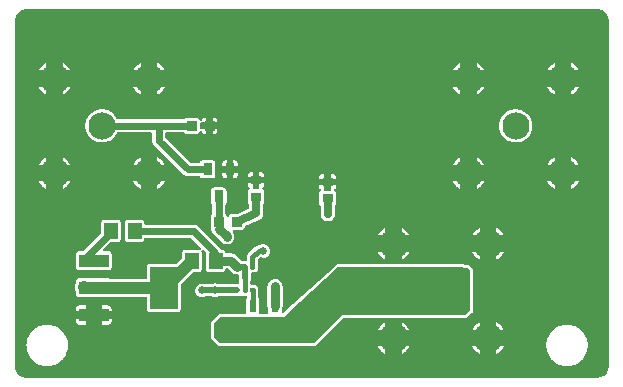
<source format=gtl>
G04 Layer: TopLayer*
G04 EasyEDA v6.5.44, 2024-07-31 14:11:33*
G04 0a0e6e5985404cbc94c0c78cb0e903e1,401f954c81374b6587e5d63e119e93f9,10*
G04 Gerber Generator version 0.2*
G04 Scale: 100 percent, Rotated: No, Reflected: No *
G04 Dimensions in inches *
G04 leading zeros omitted , absolute positions ,3 integer and 6 decimal *
%FSLAX36Y36*%
%MOIN*%

%AMMACRO1*21,1,$1,$2,0,0,$3*%
%ADD10C,0.0236*%
%ADD11C,0.0158*%
%ADD12C,0.0394*%
%ADD13C,0.0276*%
%ADD14C,0.0200*%
%ADD15C,0.0300*%
%ADD16MACRO1,0.034X0.0318X90.0000*%
%ADD17MACRO1,0.0542X0.0446X-90.0000*%
%ADD18R,0.0143X0.0167*%
%ADD19MACRO1,0.034X0.0318X-90.0000*%
%ADD20R,0.0984X0.0433*%
%ADD21MACRO1,0.1417X0.0921X90.0000*%
%ADD22R,0.0315X0.0394*%
%ADD23R,0.0236X0.0421*%
%ADD24R,0.0354X0.0315*%
%ADD25C,0.0984*%
%ADD26C,0.0906*%
%ADD27C,0.0250*%
%ADD28C,0.0240*%
%ADD29C,0.0127*%

%LPD*%
G36*
X50180Y10200D02*
G01*
X44960Y10560D01*
X40240Y11439D01*
X35680Y12900D01*
X31300Y14900D01*
X27220Y17400D01*
X23440Y20400D01*
X20080Y23800D01*
X17140Y27599D01*
X14680Y31740D01*
X12740Y36120D01*
X11339Y40720D01*
X10500Y45439D01*
X10200Y50420D01*
X10200Y1199580D01*
X10560Y1205040D01*
X11439Y1209760D01*
X12900Y1214320D01*
X14900Y1218700D01*
X17400Y1222780D01*
X20400Y1226560D01*
X23800Y1229920D01*
X27599Y1232860D01*
X31740Y1235320D01*
X36120Y1237260D01*
X40720Y1238660D01*
X45439Y1239500D01*
X50420Y1239800D01*
X1949580Y1239800D01*
X1955040Y1239440D01*
X1959760Y1238560D01*
X1964319Y1237100D01*
X1968700Y1235100D01*
X1972780Y1232600D01*
X1976560Y1229600D01*
X1979920Y1226200D01*
X1982860Y1222400D01*
X1985320Y1218260D01*
X1987260Y1213880D01*
X1988660Y1209280D01*
X1989500Y1204560D01*
X1989800Y1199580D01*
X1989800Y50420D01*
X1989440Y44960D01*
X1988560Y40240D01*
X1987100Y35680D01*
X1985100Y31300D01*
X1982600Y27220D01*
X1979600Y23440D01*
X1976200Y20080D01*
X1972400Y17140D01*
X1968260Y14680D01*
X1963880Y12740D01*
X1959280Y11339D01*
X1954560Y10500D01*
X1949580Y10200D01*
G37*

%LPC*%
G36*
X1850400Y48860D02*
G01*
X1857180Y49200D01*
X1863899Y50199D01*
X1870500Y51840D01*
X1876900Y54140D01*
X1883040Y57040D01*
X1888860Y60540D01*
X1894319Y64580D01*
X1899360Y69140D01*
X1903920Y74180D01*
X1907960Y79640D01*
X1911459Y85460D01*
X1914360Y91600D01*
X1916660Y98000D01*
X1918300Y104600D01*
X1919300Y111320D01*
X1919640Y118100D01*
X1919300Y124900D01*
X1918300Y131620D01*
X1916660Y138220D01*
X1914360Y144620D01*
X1911459Y150760D01*
X1907960Y156580D01*
X1903920Y162040D01*
X1899360Y167079D01*
X1894319Y171640D01*
X1888860Y175680D01*
X1883040Y179180D01*
X1876900Y182079D01*
X1870500Y184380D01*
X1863899Y186020D01*
X1857180Y187020D01*
X1850400Y187360D01*
X1843600Y187020D01*
X1836879Y186020D01*
X1830280Y184380D01*
X1823880Y182079D01*
X1817740Y179180D01*
X1811920Y175680D01*
X1806459Y171640D01*
X1801420Y167079D01*
X1796860Y162040D01*
X1792820Y156580D01*
X1789319Y150760D01*
X1786420Y144620D01*
X1784120Y138220D01*
X1782480Y131620D01*
X1781480Y124900D01*
X1781140Y118100D01*
X1781480Y111320D01*
X1782480Y104600D01*
X1784120Y98000D01*
X1786420Y91600D01*
X1789319Y85460D01*
X1792820Y79640D01*
X1796860Y74180D01*
X1801420Y69140D01*
X1806459Y64580D01*
X1811920Y60540D01*
X1817740Y57040D01*
X1823880Y54140D01*
X1830280Y51840D01*
X1836879Y50199D01*
X1843600Y49200D01*
G37*
G36*
X118120Y48860D02*
G01*
X124900Y49200D01*
X131620Y50199D01*
X138220Y51840D01*
X144620Y54140D01*
X150760Y57040D01*
X156580Y60540D01*
X162040Y64580D01*
X167079Y69140D01*
X171640Y74180D01*
X175680Y79640D01*
X179180Y85460D01*
X182079Y91600D01*
X184380Y98000D01*
X186020Y104600D01*
X187020Y111320D01*
X187360Y118100D01*
X187020Y124900D01*
X186020Y131620D01*
X184380Y138220D01*
X182079Y144620D01*
X179180Y150760D01*
X175680Y156580D01*
X171640Y162040D01*
X167079Y167079D01*
X162040Y171640D01*
X156580Y175680D01*
X150760Y179180D01*
X144620Y182079D01*
X138220Y184380D01*
X131620Y186020D01*
X124900Y187020D01*
X118120Y187360D01*
X111320Y187020D01*
X104600Y186020D01*
X98000Y184380D01*
X91600Y182079D01*
X85460Y179180D01*
X79640Y175680D01*
X74180Y171640D01*
X69140Y167079D01*
X64580Y162040D01*
X60540Y156580D01*
X57040Y150760D01*
X54140Y144620D01*
X51840Y138220D01*
X50199Y131620D01*
X49200Y124900D01*
X48860Y118100D01*
X49200Y111320D01*
X50199Y104600D01*
X51840Y98000D01*
X54140Y91600D01*
X57040Y85460D01*
X60540Y79640D01*
X64580Y74180D01*
X69140Y69140D01*
X74180Y64580D01*
X79640Y60540D01*
X85460Y57040D01*
X91600Y54140D01*
X98000Y51840D01*
X104600Y50199D01*
X111320Y49200D01*
G37*
G36*
X1245420Y89740D02*
G01*
X1245420Y115420D01*
X1219740Y115420D01*
X1222220Y110920D01*
X1226080Y105480D01*
X1230520Y100520D01*
X1235480Y96080D01*
X1240920Y92220D01*
G37*
G36*
X1560380Y89740D02*
G01*
X1560380Y115420D01*
X1534700Y115420D01*
X1537180Y110920D01*
X1541040Y105480D01*
X1545480Y100520D01*
X1550440Y96080D01*
X1555880Y92220D01*
G37*
G36*
X1299620Y89740D02*
G01*
X1304120Y92220D01*
X1309560Y96080D01*
X1314520Y100520D01*
X1318959Y105480D01*
X1322820Y110920D01*
X1325300Y115420D01*
X1299620Y115420D01*
G37*
G36*
X1614580Y89740D02*
G01*
X1619079Y92220D01*
X1624520Y96080D01*
X1629480Y100520D01*
X1633920Y105480D01*
X1637780Y110920D01*
X1640260Y115420D01*
X1614580Y115420D01*
G37*
G36*
X693700Y115780D02*
G01*
X1007080Y115780D01*
X1009460Y116039D01*
X1011620Y116800D01*
X1013540Y118000D01*
X1014539Y118900D01*
X1103080Y208600D01*
X1104400Y209500D01*
X1105940Y209800D01*
X1509820Y209800D01*
X1511860Y210000D01*
X1514060Y210680D01*
X1516240Y211920D01*
X1533440Y224620D01*
X1535280Y226320D01*
X1536560Y228200D01*
X1537380Y230280D01*
X1537760Y233220D01*
X1537760Y369280D01*
X1537500Y371680D01*
X1536740Y373820D01*
X1535540Y375760D01*
X1534700Y376700D01*
X1528680Y382720D01*
X1526980Y384099D01*
X1524920Y385160D01*
X1522500Y385780D01*
X1491540Y390080D01*
X1489860Y390200D01*
X1090060Y390200D01*
X1087120Y389760D01*
X1085020Y388880D01*
X1082980Y387400D01*
X908920Y229720D01*
X906240Y227079D01*
X904940Y226220D01*
X903400Y225920D01*
X901880Y226220D01*
X900580Y227100D01*
X899720Y228380D01*
X899419Y229920D01*
X899419Y235500D01*
X899760Y237100D01*
X901220Y240440D01*
X902240Y244480D01*
X902600Y248780D01*
X902620Y315800D01*
X902099Y319980D01*
X900900Y323960D01*
X899080Y327700D01*
X896660Y331079D01*
X893720Y334020D01*
X890340Y336440D01*
X886600Y338280D01*
X882600Y339460D01*
X878480Y339980D01*
X874320Y339799D01*
X870260Y338940D01*
X866380Y337440D01*
X862800Y335300D01*
X859599Y332600D01*
X857460Y330180D01*
X856940Y329480D01*
X854800Y325920D01*
X853540Y322879D01*
X853280Y322040D01*
X852400Y317960D01*
X852200Y314640D01*
X852200Y248780D01*
X852560Y244480D01*
X853580Y240440D01*
X855060Y237060D01*
X855400Y235460D01*
X855400Y227780D01*
X855300Y225580D01*
X854460Y224120D01*
X853120Y223140D01*
X851480Y222800D01*
X828520Y222800D01*
X826900Y223140D01*
X825540Y224120D01*
X824720Y225580D01*
X824620Y227780D01*
X824620Y269460D01*
X824340Y271940D01*
X823580Y274100D01*
X822360Y276020D01*
X821840Y276540D01*
X820980Y277840D01*
X820680Y279380D01*
X820680Y301840D01*
X820360Y305160D01*
X819760Y307280D01*
X819599Y308260D01*
X819539Y310400D01*
X819260Y312960D01*
X818500Y315100D01*
X817280Y317040D01*
X815680Y318640D01*
X813740Y319860D01*
X811600Y320620D01*
X809100Y320900D01*
X798900Y320900D01*
X797360Y321200D01*
X796060Y322080D01*
X795200Y323400D01*
X794900Y324940D01*
X794980Y332280D01*
X796460Y337700D01*
X796780Y341380D01*
X796780Y357520D01*
X797080Y359040D01*
X797940Y360340D01*
X799240Y361220D01*
X800780Y361520D01*
X809100Y361520D01*
X811600Y361800D01*
X813740Y362540D01*
X815680Y363760D01*
X817280Y365379D01*
X818500Y367299D01*
X819260Y369460D01*
X819539Y371940D01*
X819539Y374860D01*
X819920Y376760D01*
X820240Y380260D01*
X820240Y403260D01*
X820540Y404780D01*
X821400Y406079D01*
X826340Y411019D01*
X827620Y411880D01*
X829140Y412180D01*
X830660Y411900D01*
X831940Y411380D01*
X835699Y410560D01*
X839539Y410400D01*
X843360Y410900D01*
X847039Y412020D01*
X850480Y413760D01*
X853560Y416040D01*
X856240Y418820D01*
X858379Y422000D01*
X859960Y425520D01*
X860939Y429240D01*
X861260Y433060D01*
X860939Y436900D01*
X859960Y440620D01*
X858379Y444140D01*
X856240Y447320D01*
X853560Y450100D01*
X850480Y452380D01*
X847039Y454120D01*
X843360Y455240D01*
X839539Y455740D01*
X835699Y455580D01*
X831940Y454760D01*
X828360Y453320D01*
X825780Y451740D01*
X824800Y451300D01*
X823740Y451140D01*
X822120Y451120D01*
X818700Y450640D01*
X815540Y449580D01*
X812620Y447960D01*
X809920Y445720D01*
X788900Y424680D01*
X786800Y421900D01*
X785320Y418920D01*
X784400Y415720D01*
X784080Y412220D01*
X784080Y403980D01*
X783740Y402360D01*
X782780Y401019D01*
X781380Y400180D01*
X779740Y399980D01*
X776400Y400280D01*
X768080Y400280D01*
X766540Y400580D01*
X765240Y401460D01*
X748960Y417740D01*
X746480Y419940D01*
X742980Y422200D01*
X742200Y422600D01*
X739160Y423860D01*
X738319Y424120D01*
X734260Y425000D01*
X730939Y425200D01*
X715639Y425200D01*
X714200Y425460D01*
X712960Y426220D01*
X712080Y427360D01*
X711580Y429380D01*
X710840Y431520D01*
X709620Y433459D01*
X708000Y435060D01*
X706080Y436280D01*
X703940Y437020D01*
X701440Y437299D01*
X700520Y437299D01*
X698820Y437680D01*
X697440Y438740D01*
X696640Y439680D01*
X622140Y514200D01*
X620660Y515540D01*
X619140Y516719D01*
X617520Y517740D01*
X615820Y518640D01*
X614040Y519360D01*
X612220Y519940D01*
X610340Y520360D01*
X608440Y520620D01*
X606440Y520700D01*
X445860Y520700D01*
X444340Y521000D01*
X443040Y521880D01*
X442180Y523160D01*
X441860Y524700D01*
X441860Y526880D01*
X441580Y529380D01*
X440840Y531520D01*
X439620Y533460D01*
X438000Y535060D01*
X436079Y536280D01*
X433940Y537020D01*
X431440Y537300D01*
X387299Y537300D01*
X384820Y537020D01*
X382660Y536280D01*
X380740Y535060D01*
X379120Y533460D01*
X377920Y531520D01*
X377160Y529380D01*
X376880Y526880D01*
X376880Y473120D01*
X377160Y470620D01*
X377920Y468480D01*
X379120Y466540D01*
X380740Y464940D01*
X382660Y463720D01*
X384820Y462980D01*
X387299Y462700D01*
X431440Y462700D01*
X433940Y462980D01*
X436079Y463720D01*
X438000Y464940D01*
X439620Y466540D01*
X440840Y468480D01*
X441580Y470620D01*
X441860Y473120D01*
X442280Y474520D01*
X443180Y475660D01*
X444420Y476420D01*
X445840Y476680D01*
X595740Y476680D01*
X597280Y476380D01*
X598580Y475500D01*
X631060Y443020D01*
X631900Y441760D01*
X632220Y440260D01*
X631960Y438760D01*
X631140Y437460D01*
X629900Y436560D01*
X628420Y436200D01*
X626900Y436420D01*
X625180Y437020D01*
X622700Y437299D01*
X578560Y437299D01*
X576060Y437020D01*
X573920Y436280D01*
X572000Y435060D01*
X570380Y433459D01*
X569160Y431520D01*
X568420Y429380D01*
X568140Y426880D01*
X568140Y411420D01*
X567820Y409900D01*
X566960Y408600D01*
X550600Y392239D01*
X549300Y391380D01*
X547780Y391060D01*
X461120Y391060D01*
X458640Y390780D01*
X456500Y390040D01*
X454560Y388820D01*
X452960Y387200D01*
X451740Y385280D01*
X450980Y383140D01*
X450700Y380640D01*
X450700Y343880D01*
X450400Y342360D01*
X449540Y341060D01*
X448240Y340180D01*
X446700Y339880D01*
X329380Y339880D01*
X328280Y340040D01*
X326740Y340820D01*
X324580Y341580D01*
X322100Y341860D01*
X249160Y341860D01*
X248120Y341980D01*
X245340Y342740D01*
X240900Y343240D01*
X236439Y343060D01*
X230280Y341860D01*
X224120Y341860D01*
X221640Y341580D01*
X219480Y340820D01*
X217560Y339600D01*
X215940Y338000D01*
X214740Y336060D01*
X213980Y333920D01*
X213700Y331420D01*
X213700Y328760D01*
X213580Y327800D01*
X213240Y326880D01*
X212399Y325319D01*
X210940Y321120D01*
X210100Y316720D01*
X209940Y312260D01*
X210440Y307820D01*
X211600Y303520D01*
X213359Y299460D01*
X213700Y297860D01*
X213700Y288580D01*
X213980Y286080D01*
X214740Y283940D01*
X215940Y282000D01*
X217560Y280400D01*
X219480Y279180D01*
X221640Y278420D01*
X224120Y278140D01*
X322100Y278140D01*
X324580Y278420D01*
X326740Y279180D01*
X328280Y279960D01*
X329380Y280120D01*
X446700Y280120D01*
X448240Y279820D01*
X449540Y278940D01*
X450400Y277640D01*
X450700Y276120D01*
X450700Y239360D01*
X450980Y236860D01*
X451740Y234720D01*
X452960Y232800D01*
X454560Y231180D01*
X456500Y229960D01*
X458640Y229220D01*
X461120Y228939D01*
X552800Y228939D01*
X555300Y229220D01*
X557440Y229960D01*
X559380Y231180D01*
X560980Y232800D01*
X562200Y234720D01*
X562960Y236860D01*
X563240Y239360D01*
X563240Y318680D01*
X563540Y320220D01*
X564400Y321500D01*
X604420Y361520D01*
X605720Y362380D01*
X607240Y362700D01*
X622700Y362700D01*
X625180Y362980D01*
X627340Y363720D01*
X629260Y364940D01*
X630880Y366540D01*
X632080Y368480D01*
X632840Y370620D01*
X633120Y373120D01*
X633120Y383420D01*
X633220Y384320D01*
X634260Y388860D01*
X634600Y393440D01*
X634580Y396980D01*
X634260Y400439D01*
X634100Y401400D01*
X633240Y404840D01*
X633120Y405800D01*
X633120Y426880D01*
X632840Y429380D01*
X632240Y431079D01*
X632020Y432600D01*
X632380Y434080D01*
X633280Y435319D01*
X634580Y436140D01*
X636080Y436420D01*
X637580Y436100D01*
X638840Y435240D01*
X645699Y428380D01*
X646580Y427080D01*
X646880Y425540D01*
X646880Y373120D01*
X647159Y370620D01*
X647920Y368480D01*
X649120Y366540D01*
X650740Y364940D01*
X652660Y363720D01*
X654820Y362980D01*
X657300Y362700D01*
X701440Y362700D01*
X703940Y362980D01*
X706080Y363720D01*
X708000Y364940D01*
X709620Y366540D01*
X710840Y368480D01*
X711580Y370620D01*
X712080Y372640D01*
X712960Y373780D01*
X714200Y374540D01*
X715639Y374799D01*
X718960Y374799D01*
X720500Y374500D01*
X721800Y373620D01*
X733040Y362380D01*
X736340Y359580D01*
X739920Y357460D01*
X743800Y355940D01*
X747860Y355080D01*
X752520Y354920D01*
X754000Y354580D01*
X755260Y353700D01*
X756080Y352420D01*
X756380Y350920D01*
X756380Y341380D01*
X756700Y337700D01*
X757600Y334300D01*
X758439Y332500D01*
X758820Y330760D01*
X758760Y326140D01*
X758420Y324560D01*
X757460Y323220D01*
X756040Y322400D01*
X754419Y322200D01*
X750780Y322520D01*
X688740Y322420D01*
X687820Y322520D01*
X686140Y323240D01*
X682460Y324380D01*
X678640Y324860D01*
X674800Y324700D01*
X671040Y323880D01*
X667540Y322480D01*
X666120Y322200D01*
X644720Y321800D01*
X643760Y321900D01*
X642400Y322460D01*
X638720Y323579D01*
X634900Y324080D01*
X631060Y323920D01*
X627300Y323100D01*
X623740Y321659D01*
X620460Y319640D01*
X617560Y317100D01*
X615160Y314120D01*
X613280Y310760D01*
X612000Y307120D01*
X611340Y303340D01*
X611340Y299480D01*
X612000Y295700D01*
X613280Y292060D01*
X615160Y288700D01*
X617560Y285720D01*
X620460Y283180D01*
X623740Y281160D01*
X627300Y279720D01*
X631060Y278900D01*
X634900Y278740D01*
X638720Y279240D01*
X642400Y280360D01*
X644479Y281300D01*
X645380Y281420D01*
X666960Y281800D01*
X668540Y281520D01*
X671040Y280500D01*
X674800Y279700D01*
X678640Y279540D01*
X682460Y280020D01*
X686140Y281140D01*
X687880Y281900D01*
X688800Y282020D01*
X750840Y282120D01*
X754520Y282440D01*
X757920Y283360D01*
X759680Y283960D01*
X760420Y284040D01*
X762460Y284760D01*
X763780Y284980D01*
X765100Y284760D01*
X767140Y284040D01*
X769640Y283760D01*
X780520Y283760D01*
X782060Y283460D01*
X783360Y282580D01*
X784220Y281300D01*
X784520Y279360D01*
X784220Y277840D01*
X783360Y276540D01*
X782840Y276020D01*
X781620Y274100D01*
X780879Y271940D01*
X780600Y269460D01*
X780600Y227780D01*
X780480Y225580D01*
X779659Y224120D01*
X778319Y223140D01*
X776680Y222800D01*
X693700Y222800D01*
X691320Y222540D01*
X689160Y221780D01*
X687240Y220560D01*
X686300Y219740D01*
X666100Y199540D01*
X664599Y197659D01*
X663600Y195620D01*
X663100Y193380D01*
X663020Y192140D01*
X663020Y146460D01*
X663280Y144080D01*
X664040Y141920D01*
X665260Y140000D01*
X666100Y139060D01*
X686300Y118859D01*
X688160Y117360D01*
X690220Y116359D01*
X692440Y115860D01*
G37*
G36*
X1534700Y169620D02*
G01*
X1560380Y169620D01*
X1560380Y195300D01*
X1555880Y192820D01*
X1550440Y188960D01*
X1545480Y184520D01*
X1541040Y179560D01*
X1537180Y174120D01*
G37*
G36*
X1299620Y169620D02*
G01*
X1325300Y169620D01*
X1322820Y174120D01*
X1318959Y179560D01*
X1314520Y184520D01*
X1309560Y188960D01*
X1304120Y192820D01*
X1299620Y195300D01*
G37*
G36*
X1219740Y169620D02*
G01*
X1245420Y169620D01*
X1245420Y195300D01*
X1240920Y192820D01*
X1235480Y188960D01*
X1230520Y184520D01*
X1226080Y179560D01*
X1222220Y174120D01*
G37*
G36*
X1614580Y169620D02*
G01*
X1640260Y169620D01*
X1637780Y174120D01*
X1633920Y179560D01*
X1629480Y184520D01*
X1624520Y188960D01*
X1619079Y192820D01*
X1614580Y195300D01*
G37*
G36*
X224120Y187600D02*
G01*
X246000Y187600D01*
X246000Y206119D01*
X213700Y206119D01*
X213700Y198020D01*
X213980Y195539D01*
X214740Y193380D01*
X215940Y191460D01*
X217560Y189840D01*
X219480Y188619D01*
X221640Y187880D01*
G37*
G36*
X300220Y187600D02*
G01*
X322100Y187600D01*
X324580Y187880D01*
X326740Y188619D01*
X328660Y189840D01*
X330280Y191460D01*
X331480Y193380D01*
X332239Y195539D01*
X332520Y198020D01*
X332520Y206119D01*
X300220Y206119D01*
G37*
G36*
X300220Y232780D02*
G01*
X332520Y232780D01*
X332520Y240880D01*
X332239Y243359D01*
X331480Y245520D01*
X330280Y247440D01*
X328660Y249060D01*
X326740Y250260D01*
X324580Y251020D01*
X322100Y251300D01*
X300220Y251300D01*
G37*
G36*
X213700Y232780D02*
G01*
X246000Y232780D01*
X246000Y251300D01*
X224120Y251300D01*
X221640Y251020D01*
X219480Y250260D01*
X217560Y249060D01*
X215940Y247440D01*
X214740Y245520D01*
X213980Y243359D01*
X213700Y240880D01*
G37*
G36*
X224120Y368700D02*
G01*
X322100Y368700D01*
X324580Y368980D01*
X326740Y369739D01*
X328660Y370940D01*
X330280Y372560D01*
X331480Y374480D01*
X332239Y376640D01*
X332520Y379120D01*
X332520Y421980D01*
X332239Y424460D01*
X331480Y426620D01*
X330280Y428540D01*
X328660Y430160D01*
X326740Y431380D01*
X324580Y432120D01*
X322100Y432400D01*
X309040Y432400D01*
X307500Y432700D01*
X306200Y433579D01*
X305340Y434880D01*
X305040Y436400D01*
X305340Y437939D01*
X306200Y439240D01*
X328500Y461520D01*
X329799Y462380D01*
X331320Y462700D01*
X352700Y462700D01*
X355180Y462980D01*
X357340Y463720D01*
X359260Y464940D01*
X360880Y466540D01*
X362080Y468480D01*
X362840Y470620D01*
X363120Y473120D01*
X363120Y526880D01*
X362840Y529380D01*
X362080Y531520D01*
X360880Y533460D01*
X359260Y535060D01*
X357340Y536280D01*
X355180Y537020D01*
X352700Y537300D01*
X308560Y537300D01*
X306060Y537020D01*
X303920Y536280D01*
X302000Y535060D01*
X300380Y533460D01*
X299160Y531520D01*
X298420Y529380D01*
X298140Y526880D01*
X298140Y495060D01*
X297820Y493540D01*
X296960Y492239D01*
X238299Y433579D01*
X237000Y432700D01*
X235479Y432400D01*
X224120Y432400D01*
X221640Y432120D01*
X219480Y431380D01*
X217560Y430160D01*
X215940Y428540D01*
X214740Y426620D01*
X213980Y424460D01*
X213700Y421980D01*
X213700Y379120D01*
X213980Y376640D01*
X214740Y374480D01*
X215940Y372560D01*
X217560Y370940D01*
X219480Y369739D01*
X221640Y368980D01*
G37*
G36*
X1614580Y404700D02*
G01*
X1619079Y407180D01*
X1624520Y411040D01*
X1629480Y415480D01*
X1633920Y420439D01*
X1637780Y425880D01*
X1640260Y430379D01*
X1614580Y430379D01*
G37*
G36*
X1560380Y404700D02*
G01*
X1560380Y430379D01*
X1534700Y430379D01*
X1537180Y425880D01*
X1541040Y420439D01*
X1545480Y415480D01*
X1550440Y411040D01*
X1555880Y407180D01*
G37*
G36*
X1245420Y404700D02*
G01*
X1245420Y430379D01*
X1219740Y430379D01*
X1222220Y425880D01*
X1226080Y420439D01*
X1230520Y415480D01*
X1235480Y411040D01*
X1240920Y407180D01*
G37*
G36*
X1299620Y404700D02*
G01*
X1304120Y407180D01*
X1309560Y411040D01*
X1314520Y415480D01*
X1318959Y420439D01*
X1322820Y425880D01*
X1325300Y430379D01*
X1299620Y430379D01*
G37*
G36*
X714220Y455180D02*
G01*
X718360Y455180D01*
X722480Y455880D01*
X726400Y457220D01*
X730060Y459200D01*
X733340Y461760D01*
X736160Y464820D01*
X738439Y468300D01*
X740120Y472120D01*
X741140Y476140D01*
X741500Y480460D01*
X741280Y484540D01*
X741160Y485420D01*
X740420Y488620D01*
X738900Y492500D01*
X736340Y496640D01*
X735740Y498220D01*
X735860Y499920D01*
X736680Y501420D01*
X738040Y502440D01*
X739700Y502800D01*
X765300Y502800D01*
X767800Y503080D01*
X769940Y503820D01*
X771880Y505040D01*
X773480Y506640D01*
X774700Y508579D01*
X775460Y510720D01*
X775720Y513200D01*
X776120Y514520D01*
X776940Y515620D01*
X778080Y516400D01*
X824599Y537100D01*
X827300Y538500D01*
X828120Y539020D01*
X830520Y540800D01*
X833300Y543620D01*
X833920Y544380D01*
X835600Y546840D01*
X836080Y547700D01*
X837660Y551320D01*
X838439Y554200D01*
X838620Y555160D01*
X838920Y558140D01*
X838940Y559120D01*
X838740Y562100D01*
X838100Y565120D01*
X837980Y566080D01*
X837980Y588440D01*
X838280Y589960D01*
X839160Y591260D01*
X839680Y591780D01*
X840879Y593720D01*
X841640Y595860D01*
X841919Y598360D01*
X841919Y629400D01*
X841640Y631880D01*
X840879Y634040D01*
X839680Y635960D01*
X838060Y637580D01*
X837320Y638040D01*
X836160Y639160D01*
X835540Y640620D01*
X835540Y642240D01*
X836160Y643700D01*
X837320Y644820D01*
X838060Y645280D01*
X839680Y646900D01*
X840879Y648820D01*
X841640Y650980D01*
X841919Y653460D01*
X841919Y658620D01*
X825360Y658620D01*
X825360Y643820D01*
X825060Y642300D01*
X824200Y641000D01*
X822900Y640120D01*
X821360Y639820D01*
X806640Y639820D01*
X805120Y640120D01*
X803820Y641000D01*
X802960Y642300D01*
X802640Y643820D01*
X802640Y658620D01*
X786080Y658620D01*
X786080Y653460D01*
X786360Y650980D01*
X787120Y648820D01*
X788340Y646900D01*
X789940Y645280D01*
X790680Y644820D01*
X791840Y643700D01*
X792480Y642240D01*
X792480Y640620D01*
X791840Y639160D01*
X790680Y638040D01*
X789940Y637580D01*
X788340Y635960D01*
X787120Y634040D01*
X786360Y631880D01*
X786080Y629400D01*
X786080Y598360D01*
X786360Y595860D01*
X787120Y593720D01*
X788340Y591780D01*
X788840Y591260D01*
X789720Y589980D01*
X790020Y588440D01*
X790020Y576800D01*
X789720Y575300D01*
X788900Y574020D01*
X787640Y573160D01*
X752600Y557560D01*
X750960Y557200D01*
X734000Y557200D01*
X731520Y556920D01*
X729360Y556180D01*
X727440Y554960D01*
X725819Y553360D01*
X724620Y551420D01*
X723780Y549040D01*
X722940Y547640D01*
X721600Y546680D01*
X720000Y546360D01*
X718400Y546680D01*
X717060Y547640D01*
X716220Y549040D01*
X715380Y551420D01*
X714180Y553360D01*
X713340Y554180D01*
X712480Y555480D01*
X712180Y557020D01*
X712180Y585540D01*
X712480Y587080D01*
X713660Y588700D01*
X714880Y590620D01*
X715620Y592780D01*
X715900Y595260D01*
X715900Y634180D01*
X715620Y636680D01*
X714880Y638820D01*
X713660Y640759D01*
X712039Y642360D01*
X710120Y643580D01*
X707960Y644320D01*
X705480Y644599D01*
X674440Y644599D01*
X671940Y644320D01*
X669800Y643580D01*
X667860Y642360D01*
X666260Y640759D01*
X665040Y638820D01*
X664280Y636680D01*
X664000Y634180D01*
X664000Y595260D01*
X664280Y592780D01*
X665040Y590620D01*
X666260Y588700D01*
X666979Y587960D01*
X667840Y586680D01*
X668160Y585140D01*
X668160Y556640D01*
X667840Y555120D01*
X666520Y553360D01*
X665300Y551420D01*
X664539Y549280D01*
X664260Y546780D01*
X664260Y513220D01*
X664539Y510720D01*
X665000Y508920D01*
X665160Y504360D01*
X666020Y500300D01*
X667540Y496420D01*
X669659Y492840D01*
X672460Y489540D01*
X694680Y467320D01*
X696420Y464820D01*
X699240Y461760D01*
X702520Y459200D01*
X706180Y457220D01*
X710100Y455880D01*
G37*
G36*
X1219740Y484580D02*
G01*
X1245420Y484580D01*
X1245420Y510260D01*
X1240920Y507780D01*
X1235480Y503920D01*
X1230520Y499480D01*
X1226080Y494520D01*
X1222220Y489080D01*
G37*
G36*
X1534700Y484580D02*
G01*
X1560380Y484580D01*
X1560380Y510260D01*
X1555880Y507780D01*
X1550440Y503920D01*
X1545480Y499480D01*
X1541040Y494520D01*
X1537180Y489080D01*
G37*
G36*
X1614580Y484580D02*
G01*
X1640260Y484580D01*
X1637780Y489080D01*
X1633920Y494520D01*
X1629480Y499480D01*
X1624520Y503920D01*
X1619079Y507780D01*
X1614580Y510260D01*
G37*
G36*
X1299620Y484580D02*
G01*
X1325300Y484580D01*
X1322820Y489080D01*
X1318959Y494520D01*
X1314520Y499480D01*
X1309560Y503920D01*
X1304120Y507780D01*
X1299620Y510260D01*
G37*
G36*
X1051180Y532440D02*
G01*
X1055140Y532440D01*
X1059040Y533100D01*
X1062780Y534380D01*
X1066260Y536260D01*
X1069400Y538700D01*
X1072080Y541600D01*
X1074240Y544920D01*
X1075820Y548540D01*
X1076800Y552380D01*
X1077140Y556500D01*
X1077140Y583320D01*
X1077300Y584420D01*
X1077760Y585460D01*
X1079260Y587820D01*
X1080020Y589960D01*
X1080300Y592440D01*
X1080300Y623500D01*
X1080020Y625980D01*
X1079260Y628120D01*
X1078040Y630060D01*
X1076440Y631660D01*
X1075700Y632140D01*
X1074540Y633240D01*
X1073900Y634720D01*
X1073900Y636320D01*
X1074540Y637800D01*
X1075700Y638900D01*
X1076440Y639380D01*
X1078040Y640980D01*
X1079260Y642920D01*
X1080020Y645060D01*
X1080300Y647560D01*
X1080300Y652700D01*
X1063740Y652700D01*
X1063740Y637920D01*
X1063420Y636380D01*
X1062560Y635080D01*
X1061260Y634220D01*
X1059740Y633920D01*
X1045020Y633920D01*
X1043480Y634220D01*
X1042180Y635080D01*
X1041320Y636380D01*
X1041020Y637920D01*
X1041020Y652700D01*
X1024460Y652700D01*
X1024460Y647560D01*
X1024740Y645060D01*
X1025500Y642920D01*
X1026700Y640980D01*
X1028319Y639380D01*
X1029060Y638900D01*
X1030220Y637800D01*
X1030840Y636320D01*
X1030840Y634720D01*
X1030220Y633240D01*
X1029060Y632140D01*
X1028319Y631660D01*
X1026700Y630060D01*
X1025500Y628120D01*
X1024740Y625980D01*
X1024460Y623500D01*
X1024460Y592440D01*
X1024740Y589960D01*
X1025500Y587800D01*
X1026700Y585880D01*
X1028000Y584560D01*
X1028880Y583280D01*
X1029180Y581740D01*
X1029180Y556500D01*
X1029520Y552380D01*
X1030500Y548540D01*
X1032080Y544920D01*
X1034240Y541600D01*
X1036919Y538700D01*
X1040060Y536260D01*
X1043540Y534380D01*
X1047280Y533100D01*
G37*
G36*
X115420Y639740D02*
G01*
X115420Y665420D01*
X89740Y665420D01*
X92220Y660920D01*
X96080Y655480D01*
X100520Y650520D01*
X105480Y646080D01*
X110920Y642220D01*
G37*
G36*
X430379Y639740D02*
G01*
X430379Y665420D01*
X404700Y665420D01*
X407180Y660920D01*
X411040Y655480D01*
X415480Y650520D01*
X420439Y646080D01*
X425880Y642220D01*
G37*
G36*
X169620Y639740D02*
G01*
X174120Y642220D01*
X179560Y646080D01*
X184520Y650520D01*
X188960Y655480D01*
X192820Y660920D01*
X195300Y665420D01*
X169620Y665420D01*
G37*
G36*
X1549620Y639740D02*
G01*
X1554120Y642220D01*
X1559560Y646080D01*
X1564520Y650520D01*
X1568959Y655480D01*
X1572820Y660920D01*
X1575300Y665420D01*
X1549620Y665420D01*
G37*
G36*
X1810380Y639740D02*
G01*
X1810380Y665420D01*
X1784700Y665420D01*
X1787180Y660920D01*
X1791040Y655480D01*
X1795480Y650520D01*
X1800440Y646080D01*
X1805880Y642220D01*
G37*
G36*
X484580Y639740D02*
G01*
X489080Y642220D01*
X494520Y646080D01*
X499480Y650520D01*
X503920Y655480D01*
X507780Y660920D01*
X510260Y665420D01*
X484580Y665420D01*
G37*
G36*
X1495420Y639740D02*
G01*
X1495420Y665420D01*
X1469740Y665420D01*
X1472220Y660920D01*
X1476080Y655480D01*
X1480520Y650520D01*
X1485480Y646080D01*
X1490920Y642220D01*
G37*
G36*
X1864580Y639740D02*
G01*
X1869079Y642220D01*
X1874520Y646080D01*
X1879480Y650520D01*
X1883920Y655480D01*
X1887780Y660920D01*
X1890260Y665420D01*
X1864580Y665420D01*
G37*
G36*
X1024460Y673460D02*
G01*
X1041020Y673460D01*
X1041020Y689020D01*
X1034880Y689020D01*
X1032400Y688740D01*
X1030240Y688000D01*
X1028319Y686780D01*
X1026700Y685160D01*
X1025500Y683240D01*
X1024740Y681080D01*
X1024460Y678600D01*
G37*
G36*
X1063740Y673460D02*
G01*
X1080300Y673460D01*
X1080300Y678600D01*
X1080020Y681080D01*
X1079260Y683240D01*
X1078040Y685160D01*
X1076440Y686780D01*
X1074500Y688000D01*
X1072360Y688740D01*
X1069860Y689020D01*
X1063740Y689020D01*
G37*
G36*
X711840Y675380D02*
G01*
X716979Y675380D01*
X716979Y692940D01*
X701420Y692940D01*
X701420Y685819D01*
X701700Y683319D01*
X702440Y681180D01*
X703660Y679240D01*
X705280Y677640D01*
X707200Y676420D01*
X709340Y675660D01*
G37*
G36*
X737740Y675380D02*
G01*
X742880Y675380D01*
X745380Y675660D01*
X747520Y676420D01*
X749460Y677640D01*
X751060Y679240D01*
X752280Y681180D01*
X753020Y683319D01*
X753319Y685819D01*
X753319Y692940D01*
X737740Y692940D01*
G37*
G36*
X637040Y675380D02*
G01*
X668080Y675380D01*
X670560Y675660D01*
X672720Y676420D01*
X674640Y677640D01*
X676260Y679240D01*
X677460Y681180D01*
X678220Y683319D01*
X678500Y685819D01*
X678500Y724740D01*
X678220Y727220D01*
X677460Y729380D01*
X676260Y731300D01*
X674640Y732920D01*
X672720Y734120D01*
X670560Y734880D01*
X668080Y735160D01*
X637040Y735160D01*
X634540Y734880D01*
X632400Y734120D01*
X630460Y732920D01*
X628860Y731300D01*
X627500Y729160D01*
X626600Y728160D01*
X625440Y727500D01*
X624120Y727280D01*
X596660Y727280D01*
X595140Y727580D01*
X593860Y728439D01*
X513200Y808020D01*
X512320Y809340D01*
X512020Y810879D01*
X512020Y824240D01*
X512320Y825759D01*
X513180Y827060D01*
X514480Y827920D01*
X516000Y828240D01*
X573200Y828300D01*
X574740Y828000D01*
X576040Y827120D01*
X577780Y825380D01*
X579720Y824160D01*
X581860Y823420D01*
X584360Y823139D01*
X615660Y823139D01*
X618140Y823420D01*
X620300Y824160D01*
X622220Y825380D01*
X623840Y826979D01*
X625040Y828920D01*
X625880Y831300D01*
X626720Y832700D01*
X628060Y833660D01*
X629660Y833980D01*
X631260Y833660D01*
X632600Y832700D01*
X633440Y831300D01*
X634280Y828920D01*
X635480Y826979D01*
X637100Y825380D01*
X639020Y824160D01*
X641180Y823420D01*
X643660Y823139D01*
X648880Y823139D01*
X648880Y839340D01*
X630080Y839340D01*
X628540Y839640D01*
X627260Y840500D01*
X626380Y841800D01*
X626080Y843340D01*
X626080Y857340D01*
X626380Y858880D01*
X627260Y860180D01*
X628540Y861040D01*
X630080Y861340D01*
X648880Y861340D01*
X648880Y877540D01*
X643660Y877540D01*
X641180Y877260D01*
X639020Y876520D01*
X637100Y875300D01*
X635480Y873700D01*
X634280Y871760D01*
X633440Y869380D01*
X632600Y867980D01*
X631260Y867020D01*
X629660Y866700D01*
X628060Y867020D01*
X626720Y867980D01*
X625880Y869380D01*
X625040Y871760D01*
X623840Y873700D01*
X622220Y875300D01*
X620300Y876520D01*
X618140Y877260D01*
X615660Y877540D01*
X584360Y877540D01*
X581860Y877260D01*
X579720Y876520D01*
X577780Y875300D01*
X575980Y873500D01*
X574680Y872620D01*
X573160Y872320D01*
X353360Y872080D01*
X351900Y872340D01*
X350640Y873120D01*
X349760Y874300D01*
X348300Y877280D01*
X344880Y882600D01*
X340860Y887500D01*
X336320Y891919D01*
X331300Y895780D01*
X325880Y899060D01*
X320120Y901680D01*
X314100Y903640D01*
X307900Y904900D01*
X301580Y905440D01*
X295260Y905260D01*
X288980Y904360D01*
X282860Y902760D01*
X276960Y900460D01*
X271360Y897500D01*
X266120Y893920D01*
X261340Y889780D01*
X257060Y885120D01*
X253340Y879980D01*
X250219Y874479D01*
X247760Y868640D01*
X245980Y862560D01*
X244899Y856320D01*
X244540Y850000D01*
X244899Y843680D01*
X245980Y837440D01*
X247760Y831360D01*
X250219Y825520D01*
X253340Y820020D01*
X257060Y814880D01*
X261340Y810220D01*
X266120Y806080D01*
X271360Y802500D01*
X276960Y799539D01*
X282860Y797240D01*
X288980Y795639D01*
X295260Y794740D01*
X301580Y794560D01*
X307900Y795100D01*
X314100Y796360D01*
X320120Y798319D01*
X325880Y800939D01*
X331300Y804220D01*
X336320Y808080D01*
X340860Y812500D01*
X344880Y817400D01*
X348300Y822720D01*
X349820Y825819D01*
X350700Y827000D01*
X351960Y827780D01*
X353400Y828060D01*
X463980Y828180D01*
X465520Y827880D01*
X466820Y827000D01*
X467680Y825699D01*
X468000Y824180D01*
X468000Y800100D01*
X468100Y797920D01*
X468320Y796200D01*
X468780Y794160D01*
X469320Y792480D01*
X470120Y790560D01*
X470940Y789000D01*
X472060Y787240D01*
X473140Y785860D01*
X474600Y784260D01*
X570480Y689659D01*
X571840Y688420D01*
X573500Y687159D01*
X574980Y686220D01*
X576840Y685260D01*
X578460Y684599D01*
X580460Y683980D01*
X582160Y683600D01*
X584240Y683340D01*
X586080Y683259D01*
X624120Y683259D01*
X625440Y683040D01*
X626600Y682400D01*
X627500Y681400D01*
X628860Y679240D01*
X630460Y677640D01*
X632400Y676420D01*
X634540Y675660D01*
G37*
G36*
X786080Y679360D02*
G01*
X802640Y679360D01*
X802640Y694940D01*
X796520Y694940D01*
X794020Y694659D01*
X791880Y693900D01*
X789940Y692680D01*
X788340Y691080D01*
X787120Y689140D01*
X786360Y687000D01*
X786080Y684520D01*
G37*
G36*
X825360Y679360D02*
G01*
X841919Y679360D01*
X841919Y684520D01*
X841640Y687000D01*
X840879Y689140D01*
X839680Y691080D01*
X838060Y692680D01*
X836140Y693900D01*
X833980Y694659D01*
X831500Y694940D01*
X825360Y694940D01*
G37*
G36*
X737740Y717620D02*
G01*
X753319Y717620D01*
X753319Y724740D01*
X753020Y727220D01*
X752280Y729380D01*
X751060Y731300D01*
X749460Y732920D01*
X747520Y734120D01*
X745380Y734880D01*
X742880Y735160D01*
X737740Y735160D01*
G37*
G36*
X701420Y717620D02*
G01*
X716979Y717620D01*
X716979Y735160D01*
X711840Y735160D01*
X709340Y734880D01*
X707200Y734120D01*
X705280Y732920D01*
X703660Y731300D01*
X702440Y729380D01*
X701700Y727220D01*
X701420Y724740D01*
G37*
G36*
X169620Y719620D02*
G01*
X195300Y719620D01*
X192820Y724120D01*
X188960Y729560D01*
X184520Y734520D01*
X179560Y738960D01*
X174120Y742820D01*
X169620Y745300D01*
G37*
G36*
X89740Y719620D02*
G01*
X115420Y719620D01*
X115420Y745300D01*
X110920Y742820D01*
X105480Y738960D01*
X100520Y734520D01*
X96080Y729560D01*
X92220Y724120D01*
G37*
G36*
X404700Y719620D02*
G01*
X430379Y719620D01*
X430379Y745300D01*
X425880Y742820D01*
X420439Y738960D01*
X415480Y734520D01*
X411040Y729560D01*
X407180Y724120D01*
G37*
G36*
X1549620Y719620D02*
G01*
X1575300Y719620D01*
X1572820Y724120D01*
X1568959Y729560D01*
X1564520Y734520D01*
X1559560Y738960D01*
X1554120Y742820D01*
X1549620Y745300D01*
G37*
G36*
X484580Y719620D02*
G01*
X510260Y719620D01*
X507780Y724120D01*
X503920Y729560D01*
X499480Y734520D01*
X494520Y738960D01*
X489080Y742820D01*
X484580Y745300D01*
G37*
G36*
X1864580Y719620D02*
G01*
X1890260Y719620D01*
X1887780Y724120D01*
X1883920Y729560D01*
X1879480Y734520D01*
X1874520Y738960D01*
X1869079Y742820D01*
X1864580Y745300D01*
G37*
G36*
X1784700Y719620D02*
G01*
X1810380Y719620D01*
X1810380Y745300D01*
X1805880Y742820D01*
X1800440Y738960D01*
X1795480Y734520D01*
X1791040Y729560D01*
X1787180Y724120D01*
G37*
G36*
X1469740Y719620D02*
G01*
X1495420Y719620D01*
X1495420Y745300D01*
X1490920Y742820D01*
X1485480Y738960D01*
X1480520Y734520D01*
X1476080Y729560D01*
X1472220Y724120D01*
G37*
G36*
X1678420Y794560D02*
G01*
X1684740Y794740D01*
X1691020Y795639D01*
X1697140Y797240D01*
X1703040Y799539D01*
X1708640Y802500D01*
X1713880Y806080D01*
X1718660Y810220D01*
X1722940Y814880D01*
X1726660Y820020D01*
X1729780Y825520D01*
X1732240Y831360D01*
X1734019Y837440D01*
X1735100Y843680D01*
X1735460Y850000D01*
X1735100Y856320D01*
X1734019Y862560D01*
X1732240Y868640D01*
X1729780Y874479D01*
X1726660Y879980D01*
X1722940Y885120D01*
X1718660Y889780D01*
X1713880Y893920D01*
X1708640Y897500D01*
X1703040Y900460D01*
X1697140Y902760D01*
X1691020Y904360D01*
X1684740Y905260D01*
X1678420Y905440D01*
X1672100Y904900D01*
X1665900Y903640D01*
X1659880Y901680D01*
X1654120Y899060D01*
X1648700Y895780D01*
X1643680Y891919D01*
X1639139Y887500D01*
X1635120Y882600D01*
X1631699Y877280D01*
X1628899Y871600D01*
X1626780Y865620D01*
X1625340Y859460D01*
X1624620Y853160D01*
X1624620Y846840D01*
X1625340Y840540D01*
X1626780Y834380D01*
X1628899Y828400D01*
X1631699Y822720D01*
X1635120Y817400D01*
X1639139Y812500D01*
X1643680Y808080D01*
X1648700Y804220D01*
X1654120Y800939D01*
X1659880Y798319D01*
X1665900Y796360D01*
X1672100Y795100D01*
G37*
G36*
X669760Y823139D02*
G01*
X674960Y823139D01*
X677460Y823420D01*
X679599Y824160D01*
X681540Y825380D01*
X683139Y826979D01*
X684360Y828920D01*
X685120Y831060D01*
X685400Y833560D01*
X685400Y839340D01*
X669760Y839340D01*
G37*
G36*
X669760Y861340D02*
G01*
X685400Y861340D01*
X685400Y867120D01*
X685120Y869620D01*
X684360Y871760D01*
X683139Y873700D01*
X681540Y875300D01*
X679599Y876520D01*
X677460Y877260D01*
X674960Y877540D01*
X669760Y877540D01*
G37*
G36*
X115420Y954700D02*
G01*
X115420Y980380D01*
X89740Y980380D01*
X92220Y975879D01*
X96080Y970440D01*
X100520Y965480D01*
X105480Y961040D01*
X110920Y957180D01*
G37*
G36*
X169620Y954700D02*
G01*
X174120Y957180D01*
X179560Y961040D01*
X184520Y965480D01*
X188960Y970440D01*
X192820Y975879D01*
X195300Y980380D01*
X169620Y980380D01*
G37*
G36*
X430379Y954700D02*
G01*
X430379Y980380D01*
X404700Y980380D01*
X407180Y975879D01*
X411040Y970440D01*
X415480Y965480D01*
X420439Y961040D01*
X425880Y957180D01*
G37*
G36*
X484580Y954700D02*
G01*
X489080Y957180D01*
X494520Y961040D01*
X499480Y965480D01*
X503920Y970440D01*
X507780Y975879D01*
X510260Y980380D01*
X484580Y980380D01*
G37*
G36*
X1810380Y954700D02*
G01*
X1810380Y980380D01*
X1784700Y980380D01*
X1787180Y975879D01*
X1791040Y970440D01*
X1795480Y965480D01*
X1800440Y961040D01*
X1805880Y957180D01*
G37*
G36*
X1495420Y954700D02*
G01*
X1495420Y980380D01*
X1469740Y980380D01*
X1472220Y975879D01*
X1476080Y970440D01*
X1480520Y965480D01*
X1485480Y961040D01*
X1490920Y957180D01*
G37*
G36*
X1549620Y954700D02*
G01*
X1554120Y957180D01*
X1559560Y961040D01*
X1564520Y965480D01*
X1568959Y970440D01*
X1572820Y975879D01*
X1575300Y980380D01*
X1549620Y980380D01*
G37*
G36*
X1864580Y954700D02*
G01*
X1869079Y957180D01*
X1874520Y961040D01*
X1879480Y965480D01*
X1883920Y970440D01*
X1887780Y975879D01*
X1890260Y980380D01*
X1864580Y980380D01*
G37*
G36*
X169620Y1034580D02*
G01*
X195300Y1034580D01*
X192820Y1039080D01*
X188960Y1044520D01*
X184520Y1049480D01*
X179560Y1053920D01*
X174120Y1057780D01*
X169620Y1060260D01*
G37*
G36*
X89740Y1034580D02*
G01*
X115420Y1034580D01*
X115420Y1060260D01*
X110920Y1057780D01*
X105480Y1053920D01*
X100520Y1049480D01*
X96080Y1044520D01*
X92220Y1039080D01*
G37*
G36*
X1549620Y1034580D02*
G01*
X1575300Y1034580D01*
X1572820Y1039080D01*
X1568959Y1044520D01*
X1564520Y1049480D01*
X1559560Y1053920D01*
X1554120Y1057780D01*
X1549620Y1060260D01*
G37*
G36*
X484580Y1034580D02*
G01*
X510260Y1034580D01*
X507780Y1039080D01*
X503920Y1044520D01*
X499480Y1049480D01*
X494520Y1053920D01*
X489080Y1057780D01*
X484580Y1060260D01*
G37*
G36*
X1864580Y1034580D02*
G01*
X1890260Y1034580D01*
X1887780Y1039080D01*
X1883920Y1044520D01*
X1879480Y1049480D01*
X1874520Y1053920D01*
X1869079Y1057780D01*
X1864580Y1060260D01*
G37*
G36*
X404700Y1034580D02*
G01*
X430379Y1034580D01*
X430379Y1060260D01*
X425880Y1057780D01*
X420439Y1053920D01*
X415480Y1049480D01*
X411040Y1044520D01*
X407180Y1039080D01*
G37*
G36*
X1784700Y1034580D02*
G01*
X1810380Y1034580D01*
X1810380Y1060260D01*
X1805880Y1057780D01*
X1800440Y1053920D01*
X1795480Y1049480D01*
X1791040Y1044520D01*
X1787180Y1039080D01*
G37*
G36*
X1469740Y1034580D02*
G01*
X1495420Y1034580D01*
X1495420Y1060260D01*
X1490920Y1057780D01*
X1485480Y1053920D01*
X1480520Y1049480D01*
X1476080Y1044520D01*
X1472220Y1039080D01*
G37*

%LPD*%
G36*
X695240Y125980D02*
G01*
X693720Y126280D01*
X692420Y127160D01*
X674400Y145180D01*
X673520Y146480D01*
X673220Y148000D01*
X673220Y190580D01*
X673520Y192120D01*
X674400Y193420D01*
X692420Y211420D01*
X693720Y212300D01*
X695240Y212600D01*
X905800Y212600D01*
X906460Y212880D01*
X915759Y222180D01*
X1088860Y378960D01*
X1090100Y379739D01*
X1091540Y380000D01*
X1490280Y379960D01*
X1519980Y375840D01*
X1521220Y375460D01*
X1522260Y374700D01*
X1526399Y370580D01*
X1527260Y369280D01*
X1527560Y367740D01*
X1527560Y234980D01*
X1527380Y233760D01*
X1526819Y232640D01*
X1525940Y231759D01*
X1511060Y220780D01*
X1509940Y220200D01*
X1508680Y220000D01*
X1100400Y220000D01*
X1099720Y219720D01*
X1008379Y127180D01*
X1007080Y126300D01*
X1005520Y125980D01*
G37*

%LPD*%
D10*
X300000Y850000D02*
G01*
X600000Y850340D01*
X652598Y705274D02*
G01*
X585995Y705274D01*
X490000Y800000D01*
X490000Y850216D01*
D11*
X802600Y248619D02*
G01*
X802600Y301880D01*
X802159Y302320D01*
D12*
X239790Y313380D02*
G01*
X243170Y310000D01*
X510630Y310000D01*
X600630Y400000D01*
X604720Y395910D01*
X604720Y393310D01*
D10*
X239790Y403940D02*
G01*
X331250Y495400D01*
X331250Y498690D01*
D13*
X1053160Y556330D02*
G01*
X1053160Y607170D01*
X1052370Y607960D01*
X1053540Y606790D01*
X1053540Y603940D01*
D11*
X776570Y302320D02*
G01*
X776968Y337264D01*
D10*
X680320Y392520D02*
G01*
X680320Y423100D01*
X681210Y424000D01*
X606520Y498690D01*
X406049Y498690D01*
D14*
X677680Y302198D02*
G01*
X633946Y301410D01*
X750980Y302320D02*
G01*
X677680Y302198D01*
D13*
X749659Y530000D02*
G01*
X814960Y559060D01*
X814000Y613870D02*
G01*
X814000Y560020D01*
X814960Y559060D01*
D10*
X690160Y507480D02*
G01*
X690160Y587400D01*
X689997Y614724D01*
D15*
X716290Y480290D02*
G01*
X716290Y481350D01*
X690160Y507480D01*
X877440Y314810D02*
G01*
X877400Y314770D01*
X877400Y248619D01*
D14*
X776574Y341203D02*
G01*
X776570Y380080D01*
D15*
X679370Y400000D02*
G01*
X731060Y400000D01*
X750980Y380080D01*
D14*
X776570Y380080D02*
G01*
X750980Y380080D01*
D11*
X802159Y380080D02*
G01*
X802159Y412400D01*
X822830Y433070D01*
X838580Y433070D01*
D16*
G01*
X659315Y850340D03*
G01*
X600004Y850340D03*
D17*
G01*
X330628Y500000D03*
G01*
X409372Y500000D03*
G01*
X600628Y400000D03*
G01*
X679372Y400000D03*
D18*
G01*
X750980Y302320D03*
G01*
X776570Y302320D03*
G01*
X802159Y302320D03*
G01*
X802159Y380080D03*
G01*
X776570Y380080D03*
G01*
X750980Y380080D03*
D19*
G01*
X690344Y530000D03*
G01*
X749655Y530000D03*
D20*
G01*
X273110Y400550D03*
G01*
X273110Y310000D03*
G01*
X273110Y219450D03*
D21*
G01*
X506967Y310000D03*
D22*
G01*
X652550Y705270D03*
G01*
X689950Y614720D03*
G01*
X727360Y705270D03*
D23*
G01*
X877410Y248619D03*
G01*
X802610Y248619D03*
G01*
X840010Y151380D03*
D24*
G01*
X814000Y668990D03*
G01*
X814000Y613870D03*
G01*
X1052370Y663080D03*
G01*
X1052370Y607960D03*
D25*
G01*
X1522520Y692520D03*
G01*
X1522520Y1007480D03*
G01*
X1837480Y1007480D03*
G01*
X1837480Y692520D03*
D26*
G01*
X1680000Y850000D03*
D25*
G01*
X457480Y1007480D03*
G01*
X457480Y692520D03*
G01*
X142520Y692520D03*
G01*
X142520Y1007480D03*
D26*
G01*
X300000Y850000D03*
D25*
G01*
X1272520Y457480D03*
G01*
X1587480Y457480D03*
G01*
X1587480Y142520D03*
G01*
X1272520Y142520D03*
D26*
G01*
X1430000Y300000D03*
D27*
G01*
X814960Y559060D03*
G01*
X1053160Y556330D03*
G01*
X838580Y433070D03*
G01*
X716290Y480290D03*
D28*
G01*
X877440Y314810D03*
D27*
G01*
X677680Y302200D03*
G01*
X633950Y301410D03*
G01*
X75000Y500000D03*
G01*
X75000Y450000D03*
G01*
X75000Y400000D03*
G01*
X75000Y350000D03*
G01*
X75000Y300000D03*
G01*
X75000Y250000D03*
G01*
X125000Y500000D03*
G01*
X125000Y450000D03*
G01*
X125000Y400000D03*
G01*
X125000Y350000D03*
G01*
X125000Y300000D03*
G01*
X125000Y250000D03*
G01*
X275000Y75000D03*
G01*
X350000Y75000D03*
G01*
X425000Y75000D03*
G01*
X500000Y75000D03*
G01*
X575000Y75000D03*
G01*
X650000Y75000D03*
G01*
X725000Y75000D03*
G01*
X800000Y75000D03*
G01*
X875000Y75000D03*
G01*
X950000Y75000D03*
G01*
X1025000Y75000D03*
G01*
X1100000Y75000D03*
G01*
X125000Y1175000D03*
G01*
X175000Y1175000D03*
G01*
X225000Y1175000D03*
G01*
X275000Y1175000D03*
G01*
X325000Y1175000D03*
G01*
X375000Y1175000D03*
G01*
X425000Y1175000D03*
G01*
X475000Y1175000D03*
G01*
X525000Y1175000D03*
G01*
X575000Y1175000D03*
G01*
X125000Y1125000D03*
G01*
X175000Y1125000D03*
G01*
X225000Y1125000D03*
G01*
X275000Y1125000D03*
G01*
X325000Y1125000D03*
G01*
X375000Y1125000D03*
G01*
X425000Y1125000D03*
G01*
X475000Y1125000D03*
G01*
X525000Y1125000D03*
G01*
X575000Y1125000D03*
G01*
X225000Y1075000D03*
G01*
X275000Y1075000D03*
G01*
X325000Y1075000D03*
G01*
X375000Y1075000D03*
G01*
X325000Y1025000D03*
G01*
X275000Y1025000D03*
G01*
X225000Y1025000D03*
G01*
X375000Y1025000D03*
G01*
X375000Y975000D03*
G01*
X325000Y975000D03*
G01*
X275000Y975000D03*
G01*
X225000Y975000D03*
G01*
X175000Y925000D03*
G01*
X125000Y925000D03*
G01*
X125000Y875000D03*
G01*
X175000Y875000D03*
G01*
X175000Y825000D03*
G01*
X125000Y825000D03*
G01*
X125000Y775000D03*
G01*
X175000Y775000D03*
G01*
X225000Y775000D03*
G01*
X225000Y725000D03*
G01*
X275000Y725000D03*
G01*
X325000Y725000D03*
G01*
X375000Y725000D03*
G01*
X375000Y675000D03*
G01*
X325000Y675000D03*
G01*
X275000Y675000D03*
G01*
X225000Y675000D03*
G01*
X575000Y1075000D03*
G01*
X525000Y1075000D03*
G01*
X575000Y1025000D03*
G01*
X575000Y975000D03*
G01*
X575000Y925000D03*
G01*
X525000Y975000D03*
G01*
X525000Y925000D03*
G01*
X225000Y625000D03*
G01*
X275000Y625000D03*
G01*
X325000Y625000D03*
G01*
X375000Y625000D03*
G01*
X1175000Y75000D03*
G01*
X1350000Y75000D03*
G01*
X1400000Y75000D03*
G01*
X1450000Y75000D03*
G01*
X1500000Y75000D03*
G01*
X1500000Y125000D03*
G01*
X1450000Y125000D03*
G01*
X1400000Y125000D03*
G01*
X1350000Y125000D03*
G01*
X1350000Y175000D03*
G01*
X1400000Y175000D03*
G01*
X1450000Y175000D03*
G01*
X1500000Y175000D03*
G01*
X1175000Y125000D03*
G01*
X1175000Y175000D03*
G01*
X1125000Y175000D03*
G01*
X1125000Y125000D03*
G01*
X1675000Y75000D03*
G01*
X1725000Y75000D03*
G01*
X1725000Y125000D03*
G01*
X1675000Y125000D03*
G01*
X1675000Y175000D03*
G01*
X1725000Y175000D03*
G01*
X1725000Y225000D03*
G01*
X1675000Y225000D03*
G01*
X1675000Y275000D03*
G01*
X1725000Y275000D03*
G01*
X1725000Y325000D03*
G01*
X1675000Y325000D03*
G01*
X1675000Y375000D03*
G01*
X1725000Y375000D03*
G01*
X1725000Y425000D03*
G01*
X1675000Y425000D03*
G01*
X1675000Y475000D03*
G01*
X1725000Y475000D03*
G01*
X1625000Y325000D03*
G01*
X1625000Y275000D03*
G01*
X1625000Y225000D03*
G01*
X1575000Y325000D03*
G01*
X1575000Y275000D03*
G01*
X1500000Y475000D03*
G01*
X1450000Y475000D03*
G01*
X1400000Y475000D03*
G01*
X1350000Y475000D03*
G01*
X1350000Y425000D03*
G01*
X1400000Y425000D03*
G01*
X1450000Y425000D03*
G01*
X1500000Y425000D03*
G01*
X1175000Y425000D03*
G01*
X1175000Y475000D03*
G01*
X1125000Y475000D03*
G01*
X1125000Y425000D03*
G01*
X1075000Y425000D03*
G01*
X1075000Y475000D03*
G01*
X1175000Y550000D03*
G01*
X1125000Y550000D03*
G01*
X1025000Y475000D03*
G01*
X1025000Y425000D03*
G01*
X975000Y425000D03*
G01*
X975000Y475000D03*
G01*
X925000Y475000D03*
G01*
X925000Y425000D03*
G01*
X925000Y525000D03*
G01*
X925000Y575000D03*
G01*
X925000Y625000D03*
G01*
X925000Y675000D03*
G01*
X975000Y675000D03*
G01*
X975000Y625000D03*
G01*
X975000Y575000D03*
G01*
X975000Y525000D03*
G01*
X525000Y625000D03*
G01*
X575000Y625000D03*
G01*
X625000Y625000D03*
G01*
X625000Y575000D03*
G01*
X575000Y575000D03*
G01*
X525000Y575000D03*
G01*
X275000Y125000D03*
G01*
X350000Y125000D03*
G01*
X425000Y125000D03*
G01*
X500000Y125000D03*
G01*
X575000Y125000D03*
G01*
X575000Y175000D03*
G01*
X500000Y175000D03*
G01*
X425000Y175000D03*
G01*
X350000Y175000D03*
G01*
X1500000Y900000D03*
G01*
X1500000Y850000D03*
G01*
X1500000Y800000D03*
G01*
X1550000Y900000D03*
G01*
X1550000Y850000D03*
G01*
X1550000Y800000D03*
G01*
X1625000Y725000D03*
G01*
X1675000Y725000D03*
G01*
X1725000Y725000D03*
G01*
X1625000Y675000D03*
G01*
X1675000Y675000D03*
G01*
X1725000Y675000D03*
G01*
X1800000Y800000D03*
G01*
X1850000Y800000D03*
G01*
X1800000Y850000D03*
G01*
X1850000Y850000D03*
G01*
X1800000Y900000D03*
G01*
X1850000Y900000D03*
G01*
X1725000Y1050000D03*
G01*
X1725000Y1000000D03*
G01*
X1675000Y1050000D03*
G01*
X1675000Y1000000D03*
G01*
X1625000Y1050000D03*
G01*
X1625000Y1000000D03*
G01*
X375000Y775000D03*
G01*
X475000Y925000D03*
G01*
X425000Y925000D03*
G01*
X375000Y925000D03*
G01*
X425000Y775000D03*
G01*
X711000Y851000D03*
G01*
X770000Y708000D03*
G01*
X1050000Y723000D03*
G01*
X181000Y221000D03*
M02*

</source>
